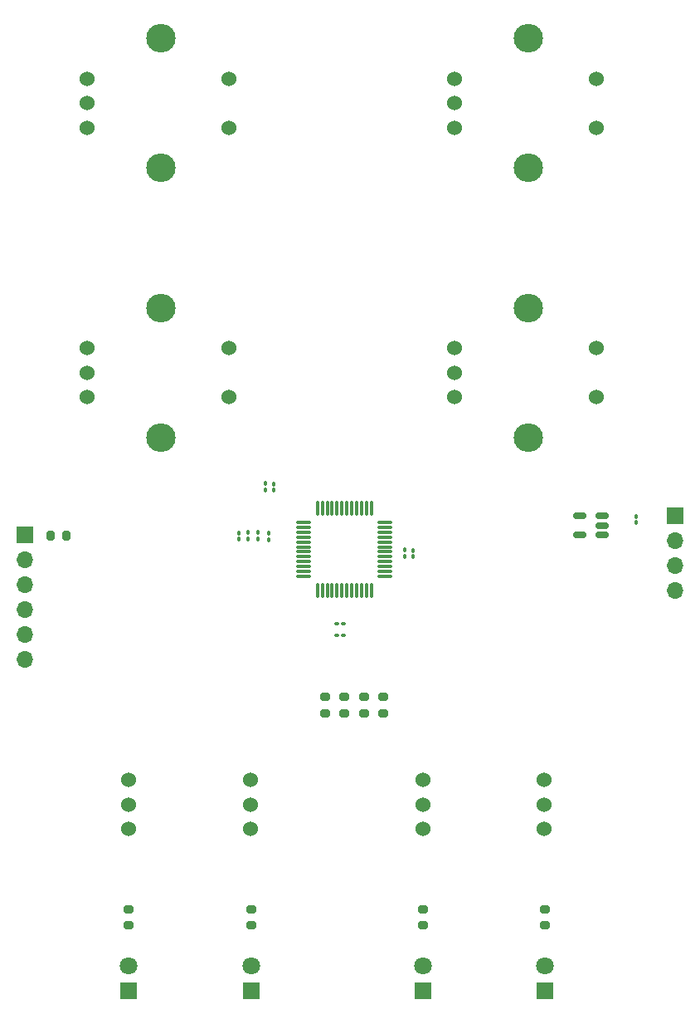
<source format=gbr>
%TF.GenerationSoftware,KiCad,Pcbnew,(6.0.11)*%
%TF.CreationDate,2023-02-27T19:33:45-08:00*%
%TF.ProjectId,IOBoard_ATSAMD21,494f426f-6172-4645-9f41-5453414d4432,rev?*%
%TF.SameCoordinates,Original*%
%TF.FileFunction,Soldermask,Top*%
%TF.FilePolarity,Negative*%
%FSLAX46Y46*%
G04 Gerber Fmt 4.6, Leading zero omitted, Abs format (unit mm)*
G04 Created by KiCad (PCBNEW (6.0.11)) date 2023-02-27 19:33:45*
%MOMM*%
%LPD*%
G01*
G04 APERTURE LIST*
G04 Aperture macros list*
%AMRoundRect*
0 Rectangle with rounded corners*
0 $1 Rounding radius*
0 $2 $3 $4 $5 $6 $7 $8 $9 X,Y pos of 4 corners*
0 Add a 4 corners polygon primitive as box body*
4,1,4,$2,$3,$4,$5,$6,$7,$8,$9,$2,$3,0*
0 Add four circle primitives for the rounded corners*
1,1,$1+$1,$2,$3*
1,1,$1+$1,$4,$5*
1,1,$1+$1,$6,$7*
1,1,$1+$1,$8,$9*
0 Add four rect primitives between the rounded corners*
20,1,$1+$1,$2,$3,$4,$5,0*
20,1,$1+$1,$4,$5,$6,$7,0*
20,1,$1+$1,$6,$7,$8,$9,0*
20,1,$1+$1,$8,$9,$2,$3,0*%
G04 Aperture macros list end*
%ADD10RoundRect,0.200000X0.275000X-0.200000X0.275000X0.200000X-0.275000X0.200000X-0.275000X-0.200000X0*%
%ADD11C,1.524000*%
%ADD12RoundRect,0.075000X0.075000X-0.662500X0.075000X0.662500X-0.075000X0.662500X-0.075000X-0.662500X0*%
%ADD13RoundRect,0.075000X0.662500X-0.075000X0.662500X0.075000X-0.662500X0.075000X-0.662500X-0.075000X0*%
%ADD14R,1.700000X1.700000*%
%ADD15O,1.700000X1.700000*%
%ADD16R,1.800000X1.800000*%
%ADD17C,1.800000*%
%ADD18RoundRect,0.100000X0.130000X0.100000X-0.130000X0.100000X-0.130000X-0.100000X0.130000X-0.100000X0*%
%ADD19RoundRect,0.100000X-0.100000X0.130000X-0.100000X-0.130000X0.100000X-0.130000X0.100000X0.130000X0*%
%ADD20RoundRect,0.100000X0.100000X-0.130000X0.100000X0.130000X-0.100000X0.130000X-0.100000X-0.130000X0*%
%ADD21O,3.000000X2.900000*%
%ADD22RoundRect,0.200000X0.200000X0.275000X-0.200000X0.275000X-0.200000X-0.275000X0.200000X-0.275000X0*%
%ADD23RoundRect,0.150000X0.512500X0.150000X-0.512500X0.150000X-0.512500X-0.150000X0.512500X-0.150000X0*%
%ADD24RoundRect,0.100000X-0.130000X-0.100000X0.130000X-0.100000X0.130000X0.100000X-0.130000X0.100000X0*%
G04 APERTURE END LIST*
D10*
%TO.C,R9*%
X107600000Y-121215000D03*
X107600000Y-119565000D03*
%TD*%
%TO.C,R8*%
X105600000Y-121215000D03*
X105600000Y-119565000D03*
%TD*%
%TO.C,R7*%
X103600000Y-121215000D03*
X103600000Y-119565000D03*
%TD*%
%TO.C,R6*%
X101600000Y-121215000D03*
X101600000Y-119565000D03*
%TD*%
D11*
%TO.C,SW1*%
X81600000Y-130500000D03*
X81600000Y-128000000D03*
X81600000Y-133000000D03*
%TD*%
%TO.C,SW2*%
X94005000Y-130500000D03*
X94005000Y-128000000D03*
X94005000Y-133000000D03*
%TD*%
%TO.C,SW3*%
X111600000Y-130500000D03*
X111600000Y-128000000D03*
X111600000Y-133000000D03*
%TD*%
%TO.C,SW4*%
X124005000Y-130500000D03*
X124005000Y-128000000D03*
X124005000Y-133000000D03*
%TD*%
D12*
%TO.C,U1*%
X100850000Y-108662500D03*
X101350000Y-108662500D03*
X101850000Y-108662500D03*
X102350000Y-108662500D03*
X102850000Y-108662500D03*
X103350000Y-108662500D03*
X103850000Y-108662500D03*
X104350000Y-108662500D03*
X104850000Y-108662500D03*
X105350000Y-108662500D03*
X105850000Y-108662500D03*
X106350000Y-108662500D03*
D13*
X107762500Y-107250000D03*
X107762500Y-106750000D03*
X107762500Y-106250000D03*
X107762500Y-105750000D03*
X107762500Y-105250000D03*
X107762500Y-104750000D03*
X107762500Y-104250000D03*
X107762500Y-103750000D03*
X107762500Y-103250000D03*
X107762500Y-102750000D03*
X107762500Y-102250000D03*
X107762500Y-101750000D03*
D12*
X106350000Y-100337500D03*
X105850000Y-100337500D03*
X105350000Y-100337500D03*
X104850000Y-100337500D03*
X104350000Y-100337500D03*
X103850000Y-100337500D03*
X103350000Y-100337500D03*
X102850000Y-100337500D03*
X102350000Y-100337500D03*
X101850000Y-100337500D03*
X101350000Y-100337500D03*
X100850000Y-100337500D03*
D13*
X99437500Y-101750000D03*
X99437500Y-102250000D03*
X99437500Y-102750000D03*
X99437500Y-103250000D03*
X99437500Y-103750000D03*
X99437500Y-104250000D03*
X99437500Y-104750000D03*
X99437500Y-105250000D03*
X99437500Y-105750000D03*
X99437500Y-106250000D03*
X99437500Y-106750000D03*
X99437500Y-107250000D03*
%TD*%
D14*
%TO.C,J1*%
X71000000Y-103020000D03*
D15*
X71000000Y-105560000D03*
X71000000Y-108100000D03*
X71000000Y-110640000D03*
X71000000Y-113180000D03*
X71000000Y-115720000D03*
%TD*%
D10*
%TO.C,R4*%
X124100000Y-142825000D03*
X124100000Y-141175000D03*
%TD*%
D16*
%TO.C,D2*%
X94100000Y-149500000D03*
D17*
X94100000Y-146960000D03*
%TD*%
D18*
%TO.C,C6*%
X103490000Y-113300000D03*
X102850000Y-113300000D03*
%TD*%
D19*
%TO.C,C4*%
X110650000Y-104600000D03*
X110650000Y-105240000D03*
%TD*%
D20*
%TO.C,C10*%
X93750000Y-103420000D03*
X93750000Y-102780000D03*
%TD*%
D19*
%TO.C,C5*%
X133400000Y-101135000D03*
X133400000Y-101775000D03*
%TD*%
D11*
%TO.C,ENC3*%
X114850000Y-84000000D03*
X114850000Y-89000000D03*
X114850000Y-86500000D03*
X129350000Y-84000000D03*
X129350000Y-89000000D03*
D21*
X122350000Y-93100000D03*
X122350000Y-79900000D03*
%TD*%
D11*
%TO.C,ENC1*%
X77350000Y-56500000D03*
X77350000Y-61500000D03*
X77350000Y-59000000D03*
X91850000Y-56500000D03*
X91850000Y-61500000D03*
D21*
X84850000Y-65600000D03*
X84850000Y-52400000D03*
%TD*%
D22*
%TO.C,R5*%
X75225000Y-103100000D03*
X73575000Y-103100000D03*
%TD*%
D10*
%TO.C,R1*%
X81600000Y-142825000D03*
X81600000Y-141175000D03*
%TD*%
D16*
%TO.C,D4*%
X124100000Y-149500000D03*
D17*
X124100000Y-146960000D03*
%TD*%
D23*
%TO.C,U2*%
X129937500Y-103000000D03*
X129937500Y-102050000D03*
X129937500Y-101100000D03*
X127662500Y-101100000D03*
X127662500Y-103000000D03*
%TD*%
D19*
%TO.C,C2*%
X95850000Y-102860000D03*
X95850000Y-103500000D03*
%TD*%
D10*
%TO.C,R2*%
X94100000Y-142825000D03*
X94100000Y-141175000D03*
%TD*%
D16*
%TO.C,D3*%
X111600000Y-149500000D03*
D17*
X111600000Y-146960000D03*
%TD*%
D24*
%TO.C,C7*%
X102845000Y-112100000D03*
X103485000Y-112100000D03*
%TD*%
D14*
%TO.C,J2*%
X137400000Y-101100000D03*
D15*
X137400000Y-103640000D03*
X137400000Y-106180000D03*
X137400000Y-108720000D03*
%TD*%
D11*
%TO.C,ENC0*%
X77350000Y-84000000D03*
X77350000Y-89000000D03*
X77350000Y-86500000D03*
X91850000Y-84000000D03*
X91850000Y-89000000D03*
D21*
X84850000Y-79900000D03*
X84850000Y-93100000D03*
%TD*%
D20*
%TO.C,C8*%
X95500000Y-98420000D03*
X95500000Y-97780000D03*
%TD*%
D19*
%TO.C,C11*%
X92800000Y-102835000D03*
X92800000Y-103475000D03*
%TD*%
D10*
%TO.C,R3*%
X111600000Y-142825000D03*
X111600000Y-141175000D03*
%TD*%
D19*
%TO.C,C9*%
X96400000Y-97835000D03*
X96400000Y-98475000D03*
%TD*%
D16*
%TO.C,D1*%
X81600000Y-149500000D03*
D17*
X81600000Y-146960000D03*
%TD*%
D20*
%TO.C,C3*%
X109800000Y-105220000D03*
X109800000Y-104580000D03*
%TD*%
D19*
%TO.C,C1*%
X94800000Y-102780000D03*
X94800000Y-103420000D03*
%TD*%
D11*
%TO.C,ENC2*%
X114850000Y-56500000D03*
X114850000Y-61500000D03*
X114850000Y-59000000D03*
X129350000Y-56500000D03*
X129350000Y-61500000D03*
D21*
X122350000Y-65600000D03*
X122350000Y-52400000D03*
%TD*%
M02*

</source>
